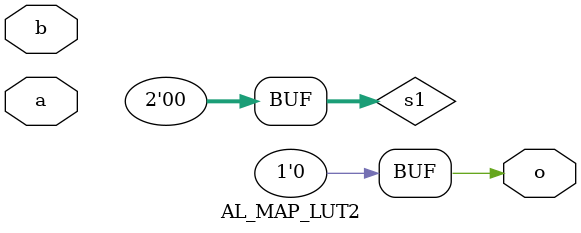
<source format=v>
module AL_MAP_LUT2 (
	output o,
	input a,
	input b
);
	parameter [3:0] INIT = 4'h0;
	parameter EQN = "(A)";
	wire [1:0] s1 = b ? INIT[ 3:2] : INIT[1:0];
	assign o = a ? s1[1] : s1[0];	
endmodule
</source>
